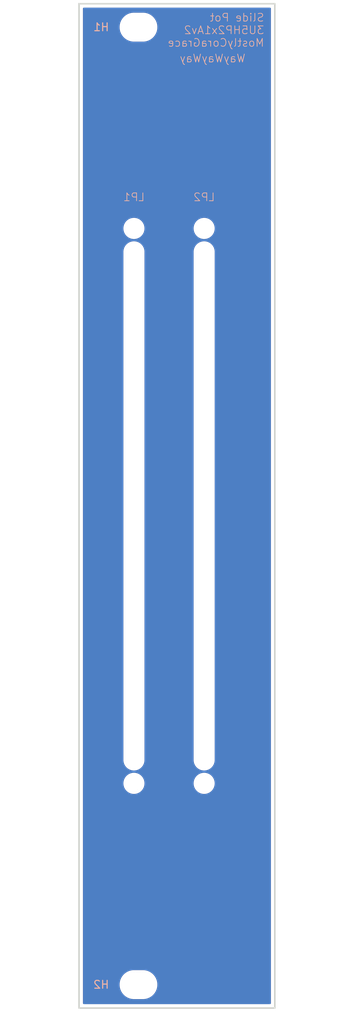
<source format=kicad_pcb>
(kicad_pcb (version 20241229) (generator "pcbnew") (generator_version "9.0")
  (layers (0 "F.Cu" signal) (2 "B.Cu" signal) (13 "F.Paste" user) (15 "B.Paste" user) (5 "F.SilkS" user "F.Silkscreen") (7 "B.SilkS" user "B.Silkscreen") (1 "F.Mask" user) (3 "B.Mask" user) (25 "Edge.Cuts" user))
  (net 0 "")
  (footprint "EXC:Linear_Potentiometer_75mm_M2_Panel_Mount" (layer "F.Cu") (at 7.04 66.675)
    (property "Reference" "LP1" (at 0 -39.5 0) (layer "B.SilkS") (effects (font (thickness 0.1)) (justify mirror)))
    (property "Value" "Linear_Potentiometer_75mm_M2_Panel_Mount")
    (pad "" np_thru_hole circle (at 0 -35.5) (size 2.2 2.2) (drill 2.2) (layers "*.Cu" "*.Mask"))
    (pad "" np_thru_hole oval (at 0 0) (size 2.2 67.2) (drill oval 2.2 67.2) (layers "*.Cu" "*.Mask"))
    (pad "" np_thru_hole circle (at 0 35.5) (size 2.2 2.2) (drill 2.2) (layers "*.Cu" "*.Mask"))
  )
  (footprint "EXC:MountingHole_3.2mm_M3" (layer "F.Cu") (at 7.62 127.925)
    (property "Reference" "H2" (at -3.683 0 0) (layer "B.SilkS") (effects (justify left mirror)))
    (property "Value" "Eurorack_M3_MountingHole")
    (pad "" np_thru_hole oval (at 0 0) (size 4.34 3.2) (drill oval 4.34 3.2) (layers "*.Cu" "*.Mask"))
  )
  (footprint "EXC:MountingHole_3.2mm_M3" (layer "F.Cu") (at 7.62 5.425)
    (property "Reference" "H1" (at -3.683 0 0) (layer "B.SilkS") (effects (justify left mirror)))
    (property "Value" "Eurorack_M3_MountingHole")
    (pad "" np_thru_hole oval (at 0 0) (size 4.34 3.2) (drill oval 4.34 3.2) (layers "*.Cu" "*.Mask"))
  )
  (footprint "EXC:Linear_Potentiometer_75mm_M2_Panel_Mount" (layer "F.Cu") (at 16.04 66.675)
    (property "Reference" "LP2" (at 0 -39.5 0) (layer "B.SilkS") (effects (font (thickness 0.1)) (justify mirror)))
    (property "Value" "Linear_Potentiometer_75mm_M2_Panel_Mount")
    (pad "" np_thru_hole circle (at 0 -35.5) (size 2.2 2.2) (drill 2.2) (layers "*.Cu" "*.Mask"))
    (pad "" np_thru_hole oval (at 0 0) (size 2.2 67.2) (drill oval 2.2 67.2) (layers "*.Cu" "*.Mask"))
    (pad "" np_thru_hole circle (at 0 35.5) (size 2.2 2.2) (drill 2.2) (layers "*.Cu" "*.Mask"))
  )
  (gr_rect (start 0 2.425) (end 25.1 130.925) (stroke (width 0.2)) (fill no) (layer "Edge.Cuts"))
  (gr_text "Slide Pot\n3U5HP2x1Av2\nMostlyCoraGrace" (at 23.8 8 0) (layer "B.SilkS") (effects (font (size 1 1) (thickness 0.1)) (justify left bottom mirror)))
  (gr_text "WayWayWay" (at 21.4 10 0) (layer "B.SilkS") (effects (font (size 1 1) (thickness 0.1)) (justify left bottom mirror)))
  (zone (net 0) (net_name "") (layers "F.Cu" "B.Cu") (connect_pads (clearance 0.5)) (min_thickness 0.25) (fill yes (thermal_gap 0.5) (thermal_bridge_width 0.5) (island_removal_mode 1) (island_area_min 10))
    (polygon (pts (xy 0 2.425) (xy 25.1 2.425) (xy 25.1 130.925) (xy 0 130.925)))
  )
)
</source>
